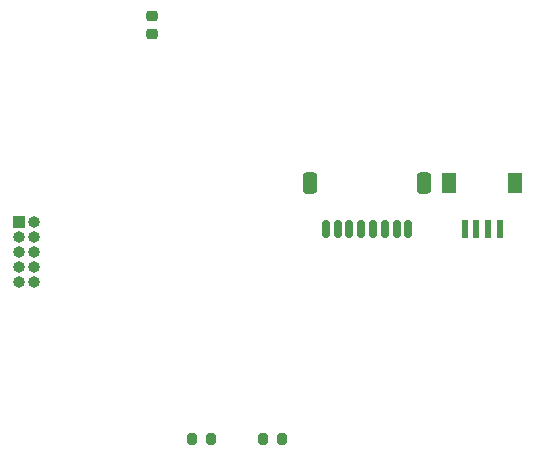
<source format=gbr>
%TF.GenerationSoftware,KiCad,Pcbnew,6.0.11-2627ca5db0~126~ubuntu22.04.1*%
%TF.CreationDate,2023-12-08T19:13:14-08:00*%
%TF.ProjectId,compact-probe,636f6d70-6163-4742-9d70-726f62652e6b,rev?*%
%TF.SameCoordinates,Original*%
%TF.FileFunction,Soldermask,Top*%
%TF.FilePolarity,Negative*%
%FSLAX46Y46*%
G04 Gerber Fmt 4.6, Leading zero omitted, Abs format (unit mm)*
G04 Created by KiCad (PCBNEW 6.0.11-2627ca5db0~126~ubuntu22.04.1) date 2023-12-08 19:13:14*
%MOMM*%
%LPD*%
G01*
G04 APERTURE LIST*
G04 Aperture macros list*
%AMRoundRect*
0 Rectangle with rounded corners*
0 $1 Rounding radius*
0 $2 $3 $4 $5 $6 $7 $8 $9 X,Y pos of 4 corners*
0 Add a 4 corners polygon primitive as box body*
4,1,4,$2,$3,$4,$5,$6,$7,$8,$9,$2,$3,0*
0 Add four circle primitives for the rounded corners*
1,1,$1+$1,$2,$3*
1,1,$1+$1,$4,$5*
1,1,$1+$1,$6,$7*
1,1,$1+$1,$8,$9*
0 Add four rect primitives between the rounded corners*
20,1,$1+$1,$2,$3,$4,$5,0*
20,1,$1+$1,$4,$5,$6,$7,0*
20,1,$1+$1,$6,$7,$8,$9,0*
20,1,$1+$1,$8,$9,$2,$3,0*%
G04 Aperture macros list end*
%ADD10RoundRect,0.218750X-0.256250X0.218750X-0.256250X-0.218750X0.256250X-0.218750X0.256250X0.218750X0*%
%ADD11RoundRect,0.200000X0.200000X0.275000X-0.200000X0.275000X-0.200000X-0.275000X0.200000X-0.275000X0*%
%ADD12R,0.600000X1.550000*%
%ADD13R,1.200000X1.800000*%
%ADD14R,1.000000X1.000000*%
%ADD15O,1.000000X1.000000*%
%ADD16RoundRect,0.150000X0.150000X0.625000X-0.150000X0.625000X-0.150000X-0.625000X0.150000X-0.625000X0*%
%ADD17RoundRect,0.250000X0.350000X0.650000X-0.350000X0.650000X-0.350000X-0.650000X0.350000X-0.650000X0*%
%ADD18RoundRect,0.200000X-0.200000X-0.275000X0.200000X-0.275000X0.200000X0.275000X-0.200000X0.275000X0*%
G04 APERTURE END LIST*
D10*
%TO.C,D1*%
X-10250000Y20037500D03*
X-10250000Y18462500D03*
%TD*%
D11*
%TO.C,R6*%
X-5175000Y-15750000D03*
X-6825000Y-15750000D03*
%TD*%
D12*
%TO.C,J2*%
X19250000Y2000000D03*
X18250000Y2000000D03*
X17250000Y2000000D03*
X16250000Y2000000D03*
D13*
X20550000Y5875000D03*
X14950000Y5875000D03*
%TD*%
D14*
%TO.C,J3*%
X-21500000Y2550000D03*
D15*
X-20230000Y2550000D03*
X-21500000Y1280000D03*
X-20230000Y1280000D03*
X-21500000Y10000D03*
X-20230000Y10000D03*
X-21500000Y-1260000D03*
X-20230000Y-1260000D03*
X-21500000Y-2530000D03*
X-20230000Y-2530000D03*
%TD*%
D16*
%TO.C,J1*%
X11500000Y2000000D03*
X10500000Y2000000D03*
X9500000Y2000000D03*
X8500000Y2000000D03*
X7500000Y2000000D03*
X6500000Y2000000D03*
X5500000Y2000000D03*
X4500000Y2000000D03*
D17*
X12800000Y5875000D03*
X3200000Y5875000D03*
%TD*%
D18*
%TO.C,R5*%
X-825000Y-15750000D03*
X825000Y-15750000D03*
%TD*%
M02*

</source>
